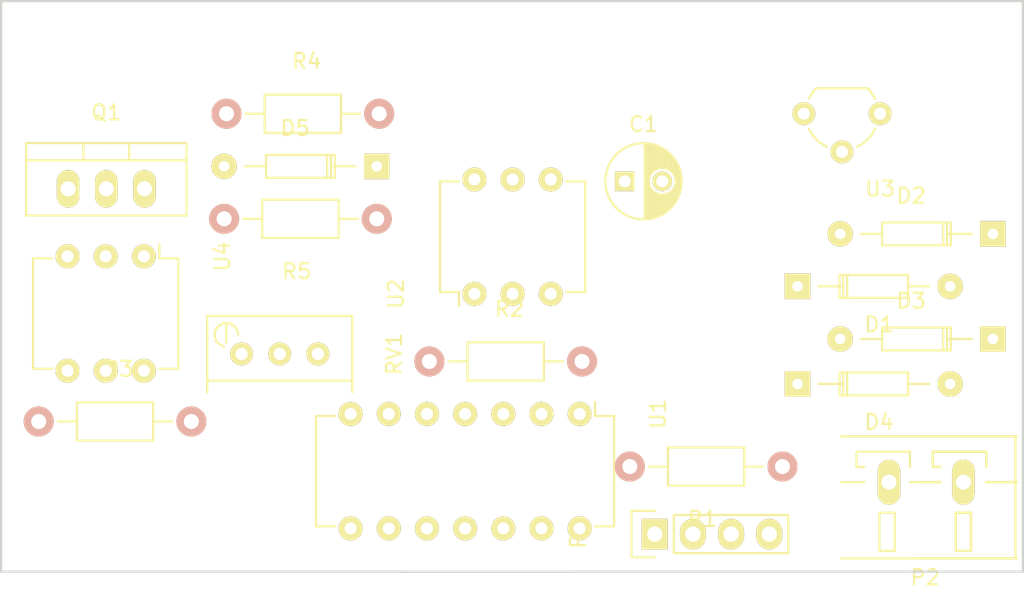
<source format=kicad_pcb>
(kicad_pcb (version 4) (host pcbnew 4.0.2-stable)

  (general
    (links 38)
    (no_connects 38)
    (area 11.924999 11.924999 80.075001 50.075001)
    (thickness 1.6)
    (drawings 9)
    (tracks 0)
    (zones 0)
    (modules 19)
    (nets 21)
  )

  (page A4)
  (layers
    (0 F.Cu signal)
    (31 B.Cu signal)
    (32 B.Adhes user)
    (33 F.Adhes user)
    (34 B.Paste user)
    (35 F.Paste user)
    (36 B.SilkS user)
    (37 F.SilkS user)
    (38 B.Mask user)
    (39 F.Mask user)
    (40 Dwgs.User user)
    (41 Cmts.User user)
    (42 Eco1.User user)
    (43 Eco2.User user)
    (44 Edge.Cuts user)
    (45 Margin user)
    (46 B.CrtYd user)
    (47 F.CrtYd user)
    (48 B.Fab user)
    (49 F.Fab user)
  )

  (setup
    (last_trace_width 0.25)
    (trace_clearance 0.2)
    (zone_clearance 0.508)
    (zone_45_only no)
    (trace_min 0.2)
    (segment_width 0.2)
    (edge_width 0.15)
    (via_size 0.6)
    (via_drill 0.4)
    (via_min_size 0.4)
    (via_min_drill 0.3)
    (uvia_size 0.3)
    (uvia_drill 0.1)
    (uvias_allowed no)
    (uvia_min_size 0.2)
    (uvia_min_drill 0.1)
    (pcb_text_width 0.3)
    (pcb_text_size 1.5 1.5)
    (mod_edge_width 0.15)
    (mod_text_size 1 1)
    (mod_text_width 0.15)
    (pad_size 1.524 1.524)
    (pad_drill 0.762)
    (pad_to_mask_clearance 0.2)
    (aux_axis_origin 0 0)
    (visible_elements FFFFFF7F)
    (pcbplotparams
      (layerselection 0x00030_80000001)
      (usegerberextensions false)
      (excludeedgelayer true)
      (linewidth 0.100000)
      (plotframeref false)
      (viasonmask false)
      (mode 1)
      (useauxorigin false)
      (hpglpennumber 1)
      (hpglpenspeed 20)
      (hpglpendiameter 15)
      (hpglpenoverlay 2)
      (psnegative false)
      (psa4output false)
      (plotreference true)
      (plotvalue true)
      (plotinvisibletext false)
      (padsonsilk false)
      (subtractmaskfromsilk false)
      (outputformat 1)
      (mirror false)
      (drillshape 1)
      (scaleselection 1)
      (outputdirectory ""))
  )

  (net 0 "")
  (net 1 "Net-(C1-Pad1)")
  (net 2 "Net-(C1-Pad2)")
  (net 3 EBUS1)
  (net 4 "Net-(D2-Pad2)")
  (net 5 EBUS2)
  (net 6 "Net-(D5-Pad2)")
  (net 7 "Net-(Q1-Pad2)")
  (net 8 VDD)
  (net 9 RXD)
  (net 10 "Net-(R2-Pad1)")
  (net 11 "Net-(R2-Pad2)")
  (net 12 "Net-(R3-Pad1)")
  (net 13 "Net-(R3-Pad2)")
  (net 14 "Net-(R4-Pad2)")
  (net 15 "Net-(R5-Pad2)")
  (net 16 GND)
  (net 17 TXD)
  (net 18 "Net-(U1-Pad10)")
  (net 19 "Net-(U2-Pad6)")
  (net 20 "Net-(U4-Pad6)")

  (net_class Default "This is the default net class."
    (clearance 0.2)
    (trace_width 0.25)
    (via_dia 0.6)
    (via_drill 0.4)
    (uvia_dia 0.3)
    (uvia_drill 0.1)
    (add_net EBUS1)
    (add_net EBUS2)
    (add_net GND)
    (add_net "Net-(C1-Pad1)")
    (add_net "Net-(C1-Pad2)")
    (add_net "Net-(D2-Pad2)")
    (add_net "Net-(D5-Pad2)")
    (add_net "Net-(Q1-Pad2)")
    (add_net "Net-(R2-Pad1)")
    (add_net "Net-(R2-Pad2)")
    (add_net "Net-(R3-Pad1)")
    (add_net "Net-(R3-Pad2)")
    (add_net "Net-(R4-Pad2)")
    (add_net "Net-(R5-Pad2)")
    (add_net "Net-(U1-Pad10)")
    (add_net "Net-(U2-Pad6)")
    (add_net "Net-(U4-Pad6)")
    (add_net RXD)
    (add_net TXD)
    (add_net VDD)
  )

  (module Terminal_Blocks:TerminalBlock_WAGO-236_2Stift_RM5mm_2pol placed (layer F.Cu) (tedit 57E43EDD) (tstamp 57E46312)
    (at 73.5 41.5 180)
    (descr "WAGO-Series 236, 2Stift, 2pol, RM 5mm,")
    (tags "WAGO-Series 236, 2Stift, 2pol, RM 5mm, Anreibare Leiterplattenklemme")
    (path /57E45DDB)
    (fp_text reference P2 (at 0 -8.89 180) (layer F.SilkS)
      (effects (font (size 1 1) (thickness 0.15)))
    )
    (fp_text value EBUS (at -0.25 1.5 180) (layer F.Fab)
      (effects (font (size 1 1) (thickness 0.15)))
    )
    (fp_line (start 5.5 0.5) (end -6 0.5) (layer F.SilkS) (width 0.15))
    (fp_line (start -6 0.5) (end -6 -7.5) (layer F.SilkS) (width 0.15))
    (fp_line (start 2.032 -4.572) (end 3.048 -4.572) (layer F.SilkS) (width 0.15))
    (fp_line (start 3.048 -4.572) (end 3.048 -7.112) (layer F.SilkS) (width 0.15))
    (fp_line (start 3.048 -7.112) (end 2.032 -7.112) (layer F.SilkS) (width 0.15))
    (fp_line (start 2.032 -7.112) (end 2.032 -4.572) (layer F.SilkS) (width 0.15))
    (fp_line (start 4.064 -2.54) (end 5.588 -2.54) (layer F.SilkS) (width 0.15))
    (fp_line (start 0.508 -2.54) (end 1.016 -2.54) (layer F.SilkS) (width 0.15))
    (fp_line (start 1.016 -1.524) (end 1.016 -0.508) (layer F.SilkS) (width 0.15))
    (fp_line (start 1.016 -0.508) (end 4.572 -0.508) (layer F.SilkS) (width 0.15))
    (fp_line (start 4.572 -0.508) (end 4.572 -1.524) (layer F.SilkS) (width 0.15))
    (fp_line (start 4.572 -1.524) (end 4.064 -1.524) (layer F.SilkS) (width 0.15))
    (fp_line (start 0.508 0.508) (end 5.588 0.508) (layer F.SilkS) (width 0.15))
    (fp_line (start 5.588 -7.62) (end 0.508 -7.62) (layer F.SilkS) (width 0.15))
    (fp_line (start -4.572 -7.62) (end -2.54 -7.62) (layer F.SilkS) (width 0.15))
    (fp_line (start -2.54 -7.62) (end 0.508 -7.62) (layer F.SilkS) (width 0.15))
    (fp_line (start -6.096 -7.62) (end -4.572 -7.62) (layer F.SilkS) (width 0.15))
    (fp_line (start -6.096 -2.54) (end -4.064 -2.54) (layer F.SilkS) (width 0.15))
    (fp_line (start -1.016 -2.54) (end 0.508 -2.54) (layer F.SilkS) (width 0.15))
    (fp_line (start -3.048 -4.572) (end -3.048 -7.112) (layer F.SilkS) (width 0.15))
    (fp_line (start -2.032 -4.572) (end -3.048 -4.572) (layer F.SilkS) (width 0.15))
    (fp_line (start -2.032 -7.112) (end -2.032 -4.572) (layer F.SilkS) (width 0.15))
    (fp_line (start -3.048 -7.112) (end -2.032 -7.112) (layer F.SilkS) (width 0.15))
    (fp_line (start -6.096 0.508) (end 0.508 0.508) (layer F.SilkS) (width 0.15))
    (fp_line (start -0.508 -1.524) (end -1.016 -1.524) (layer F.SilkS) (width 0.15))
    (fp_line (start -0.508 -0.508) (end -0.508 -1.524) (layer F.SilkS) (width 0.15))
    (fp_line (start -4.064 -0.508) (end -0.508 -0.508) (layer F.SilkS) (width 0.15))
    (fp_line (start -4.064 -1.524) (end -4.064 -0.508) (layer F.SilkS) (width 0.15))
    (fp_line (start -4.064 -1.524) (end -4.064 -0.508) (layer F.SilkS) (width 0.15))
    (fp_line (start -4.064 -0.508) (end -0.508 -0.508) (layer F.SilkS) (width 0.15))
    (fp_line (start -0.508 -0.508) (end -0.508 -1.524) (layer F.SilkS) (width 0.15))
    (fp_line (start -0.508 -1.524) (end -1.016 -1.524) (layer F.SilkS) (width 0.15))
    (fp_line (start -6.096 0.508) (end 0.508 0.508) (layer F.SilkS) (width 0.15))
    (fp_line (start -3.048 -7.112) (end -2.032 -7.112) (layer F.SilkS) (width 0.15))
    (fp_line (start -2.032 -7.112) (end -2.032 -4.572) (layer F.SilkS) (width 0.15))
    (fp_line (start -2.032 -4.572) (end -3.048 -4.572) (layer F.SilkS) (width 0.15))
    (fp_line (start -3.048 -4.572) (end -3.048 -7.112) (layer F.SilkS) (width 0.15))
    (fp_line (start -1.016 -2.54) (end 0.508 -2.54) (layer F.SilkS) (width 0.15))
    (fp_line (start -6.096 -2.54) (end -4.064 -2.54) (layer F.SilkS) (width 0.15))
    (fp_line (start -6.096 -7.62) (end -4.572 -7.62) (layer F.SilkS) (width 0.15))
    (fp_line (start -2.54 -7.62) (end 0.508 -7.62) (layer F.SilkS) (width 0.15))
    (fp_line (start -4.572 -7.62) (end -2.54 -7.62) (layer F.SilkS) (width 0.15))
    (fp_line (start -4.572 -7.62) (end -2.54 -7.62) (layer F.SilkS) (width 0.15))
    (fp_line (start -2.54 -7.62) (end 0.508 -7.62) (layer F.SilkS) (width 0.15))
    (fp_line (start -6.096 -7.62) (end -4.572 -7.62) (layer F.SilkS) (width 0.15))
    (fp_line (start -6.096 -2.54) (end -4.064 -2.54) (layer F.SilkS) (width 0.15))
    (fp_line (start -1.016 -2.54) (end 0.508 -2.54) (layer F.SilkS) (width 0.15))
    (fp_line (start -3.048 -4.572) (end -3.048 -7.112) (layer F.SilkS) (width 0.15))
    (fp_line (start -2.032 -4.572) (end -3.048 -4.572) (layer F.SilkS) (width 0.15))
    (fp_line (start -2.032 -7.112) (end -2.032 -4.572) (layer F.SilkS) (width 0.15))
    (fp_line (start -3.048 -7.112) (end -2.032 -7.112) (layer F.SilkS) (width 0.15))
    (fp_line (start -6.096 0.508) (end 0.508 0.508) (layer F.SilkS) (width 0.15))
    (fp_line (start -0.508 -1.524) (end -1.016 -1.524) (layer F.SilkS) (width 0.15))
    (fp_line (start -0.508 -0.508) (end -0.508 -1.524) (layer F.SilkS) (width 0.15))
    (fp_line (start -4.064 -0.508) (end -0.508 -0.508) (layer F.SilkS) (width 0.15))
    (fp_line (start -4.064 -1.524) (end -4.064 -0.508) (layer F.SilkS) (width 0.15))
    (fp_line (start -4.064 -1.524) (end -4.064 -0.508) (layer F.SilkS) (width 0.15))
    (fp_line (start -4.064 -0.508) (end -0.508 -0.508) (layer F.SilkS) (width 0.15))
    (fp_line (start -0.508 -0.508) (end -0.508 -1.524) (layer F.SilkS) (width 0.15))
    (fp_line (start -0.508 -1.524) (end -1.016 -1.524) (layer F.SilkS) (width 0.15))
    (fp_line (start -6.096 0.508) (end 0.508 0.508) (layer F.SilkS) (width 0.15))
    (fp_line (start -3.048 -7.112) (end -2.032 -7.112) (layer F.SilkS) (width 0.15))
    (fp_line (start -2.032 -7.112) (end -2.032 -4.572) (layer F.SilkS) (width 0.15))
    (fp_line (start -2.032 -4.572) (end -3.048 -4.572) (layer F.SilkS) (width 0.15))
    (fp_line (start -3.048 -4.572) (end -3.048 -7.112) (layer F.SilkS) (width 0.15))
    (fp_line (start -1.016 -2.54) (end 0.508 -2.54) (layer F.SilkS) (width 0.15))
    (fp_line (start -6.096 -2.54) (end -4.064 -2.54) (layer F.SilkS) (width 0.15))
    (fp_line (start -6.096 -7.62) (end -4.572 -7.62) (layer F.SilkS) (width 0.15))
    (fp_line (start -2.54 -7.62) (end 0.508 -7.62) (layer F.SilkS) (width 0.15))
    (fp_line (start -4.572 -7.62) (end -2.54 -7.62) (layer F.SilkS) (width 0.15))
    (pad 1 thru_hole oval (at -2.54 -2.54 270) (size 2.99974 1.50114) (drill 1.00076) (layers *.Cu *.Mask F.SilkS)
      (net 5 EBUS2))
    (pad 2 thru_hole oval (at 2.413 -2.54 270) (size 2.99974 1.50114) (drill 1.00076) (layers *.Cu *.Mask F.SilkS)
      (net 3 EBUS1))
  )

  (module Capacitors_ThroughHole:C_Radial_D5_L6_P2.5 placed (layer F.Cu) (tedit 0) (tstamp 57E43E4C)
    (at 53.5 24)
    (descr "Radial Electrolytic Capacitor Diameter 5mm x Length 6mm, Pitch 2.5mm")
    (tags "Electrolytic Capacitor")
    (path /57E435D0)
    (fp_text reference C1 (at 1.25 -3.8) (layer F.SilkS)
      (effects (font (size 1 1) (thickness 0.15)))
    )
    (fp_text value CP (at 1.25 3.8) (layer F.Fab)
      (effects (font (size 1 1) (thickness 0.15)))
    )
    (fp_line (start 1.325 -2.499) (end 1.325 2.499) (layer F.SilkS) (width 0.15))
    (fp_line (start 1.465 -2.491) (end 1.465 2.491) (layer F.SilkS) (width 0.15))
    (fp_line (start 1.605 -2.475) (end 1.605 -0.095) (layer F.SilkS) (width 0.15))
    (fp_line (start 1.605 0.095) (end 1.605 2.475) (layer F.SilkS) (width 0.15))
    (fp_line (start 1.745 -2.451) (end 1.745 -0.49) (layer F.SilkS) (width 0.15))
    (fp_line (start 1.745 0.49) (end 1.745 2.451) (layer F.SilkS) (width 0.15))
    (fp_line (start 1.885 -2.418) (end 1.885 -0.657) (layer F.SilkS) (width 0.15))
    (fp_line (start 1.885 0.657) (end 1.885 2.418) (layer F.SilkS) (width 0.15))
    (fp_line (start 2.025 -2.377) (end 2.025 -0.764) (layer F.SilkS) (width 0.15))
    (fp_line (start 2.025 0.764) (end 2.025 2.377) (layer F.SilkS) (width 0.15))
    (fp_line (start 2.165 -2.327) (end 2.165 -0.835) (layer F.SilkS) (width 0.15))
    (fp_line (start 2.165 0.835) (end 2.165 2.327) (layer F.SilkS) (width 0.15))
    (fp_line (start 2.305 -2.266) (end 2.305 -0.879) (layer F.SilkS) (width 0.15))
    (fp_line (start 2.305 0.879) (end 2.305 2.266) (layer F.SilkS) (width 0.15))
    (fp_line (start 2.445 -2.196) (end 2.445 -0.898) (layer F.SilkS) (width 0.15))
    (fp_line (start 2.445 0.898) (end 2.445 2.196) (layer F.SilkS) (width 0.15))
    (fp_line (start 2.585 -2.114) (end 2.585 -0.896) (layer F.SilkS) (width 0.15))
    (fp_line (start 2.585 0.896) (end 2.585 2.114) (layer F.SilkS) (width 0.15))
    (fp_line (start 2.725 -2.019) (end 2.725 -0.871) (layer F.SilkS) (width 0.15))
    (fp_line (start 2.725 0.871) (end 2.725 2.019) (layer F.SilkS) (width 0.15))
    (fp_line (start 2.865 -1.908) (end 2.865 -0.823) (layer F.SilkS) (width 0.15))
    (fp_line (start 2.865 0.823) (end 2.865 1.908) (layer F.SilkS) (width 0.15))
    (fp_line (start 3.005 -1.78) (end 3.005 -0.745) (layer F.SilkS) (width 0.15))
    (fp_line (start 3.005 0.745) (end 3.005 1.78) (layer F.SilkS) (width 0.15))
    (fp_line (start 3.145 -1.631) (end 3.145 -0.628) (layer F.SilkS) (width 0.15))
    (fp_line (start 3.145 0.628) (end 3.145 1.631) (layer F.SilkS) (width 0.15))
    (fp_line (start 3.285 -1.452) (end 3.285 -0.44) (layer F.SilkS) (width 0.15))
    (fp_line (start 3.285 0.44) (end 3.285 1.452) (layer F.SilkS) (width 0.15))
    (fp_line (start 3.425 -1.233) (end 3.425 1.233) (layer F.SilkS) (width 0.15))
    (fp_line (start 3.565 -0.944) (end 3.565 0.944) (layer F.SilkS) (width 0.15))
    (fp_line (start 3.705 -0.472) (end 3.705 0.472) (layer F.SilkS) (width 0.15))
    (fp_circle (center 2.5 0) (end 2.5 -0.9) (layer F.SilkS) (width 0.15))
    (fp_circle (center 1.25 0) (end 1.25 -2.5375) (layer F.SilkS) (width 0.15))
    (fp_circle (center 1.25 0) (end 1.25 -2.8) (layer F.CrtYd) (width 0.05))
    (pad 1 thru_hole rect (at 0 0) (size 1.3 1.3) (drill 0.8) (layers *.Cu *.Mask F.SilkS)
      (net 1 "Net-(C1-Pad1)"))
    (pad 2 thru_hole circle (at 2.5 0) (size 1.3 1.3) (drill 0.8) (layers *.Cu *.Mask F.SilkS)
      (net 2 "Net-(C1-Pad2)"))
    (model Capacitors_ThroughHole.3dshapes/C_Radial_D5_L6_P2.5.wrl
      (at (xyz 0.0492126 0 0))
      (scale (xyz 1 1 1))
      (rotate (xyz 0 0 90))
    )
  )

  (module Diodes_ThroughHole:Diode_DO-35_SOD27_Horizontal_RM10 placed (layer F.Cu) (tedit 552FFC30) (tstamp 57E43E5B)
    (at 65 31)
    (descr "Diode, DO-35,  SOD27, Horizontal, RM 10mm")
    (tags "Diode, DO-35, SOD27, Horizontal, RM 10mm, 1N4148,")
    (path /57E456DB)
    (fp_text reference D1 (at 5.43052 2.53746) (layer F.SilkS)
      (effects (font (size 1 1) (thickness 0.15)))
    )
    (fp_text value D (at 4.41452 -3.55854) (layer F.Fab)
      (effects (font (size 1 1) (thickness 0.15)))
    )
    (fp_line (start 7.36652 -0.00254) (end 8.76352 -0.00254) (layer F.SilkS) (width 0.15))
    (fp_line (start 2.92152 -0.00254) (end 1.39752 -0.00254) (layer F.SilkS) (width 0.15))
    (fp_line (start 3.30252 -0.76454) (end 3.30252 0.75946) (layer F.SilkS) (width 0.15))
    (fp_line (start 3.04852 -0.76454) (end 3.04852 0.75946) (layer F.SilkS) (width 0.15))
    (fp_line (start 2.79452 -0.00254) (end 2.79452 0.75946) (layer F.SilkS) (width 0.15))
    (fp_line (start 2.79452 0.75946) (end 7.36652 0.75946) (layer F.SilkS) (width 0.15))
    (fp_line (start 7.36652 0.75946) (end 7.36652 -0.76454) (layer F.SilkS) (width 0.15))
    (fp_line (start 7.36652 -0.76454) (end 2.79452 -0.76454) (layer F.SilkS) (width 0.15))
    (fp_line (start 2.79452 -0.76454) (end 2.79452 -0.00254) (layer F.SilkS) (width 0.15))
    (pad 2 thru_hole circle (at 10.16052 -0.00254 180) (size 1.69926 1.69926) (drill 0.70104) (layers *.Cu *.Mask F.SilkS)
      (net 3 EBUS1))
    (pad 1 thru_hole rect (at 0.00052 -0.00254 180) (size 1.69926 1.69926) (drill 0.70104) (layers *.Cu *.Mask F.SilkS)
      (net 2 "Net-(C1-Pad2)"))
    (model Diodes_ThroughHole.3dshapes/Diode_DO-35_SOD27_Horizontal_RM10.wrl
      (at (xyz 0.2 0 0))
      (scale (xyz 0.4 0.4 0.4))
      (rotate (xyz 0 0 180))
    )
  )

  (module Diodes_ThroughHole:Diode_DO-35_SOD27_Horizontal_RM10 placed (layer F.Cu) (tedit 552FFC30) (tstamp 57E43E6A)
    (at 78 27.5 180)
    (descr "Diode, DO-35,  SOD27, Horizontal, RM 10mm")
    (tags "Diode, DO-35, SOD27, Horizontal, RM 10mm, 1N4148,")
    (path /57E45729)
    (fp_text reference D2 (at 5.43052 2.53746 180) (layer F.SilkS)
      (effects (font (size 1 1) (thickness 0.15)))
    )
    (fp_text value D (at 4.41452 -3.55854 180) (layer F.Fab)
      (effects (font (size 1 1) (thickness 0.15)))
    )
    (fp_line (start 7.36652 -0.00254) (end 8.76352 -0.00254) (layer F.SilkS) (width 0.15))
    (fp_line (start 2.92152 -0.00254) (end 1.39752 -0.00254) (layer F.SilkS) (width 0.15))
    (fp_line (start 3.30252 -0.76454) (end 3.30252 0.75946) (layer F.SilkS) (width 0.15))
    (fp_line (start 3.04852 -0.76454) (end 3.04852 0.75946) (layer F.SilkS) (width 0.15))
    (fp_line (start 2.79452 -0.00254) (end 2.79452 0.75946) (layer F.SilkS) (width 0.15))
    (fp_line (start 2.79452 0.75946) (end 7.36652 0.75946) (layer F.SilkS) (width 0.15))
    (fp_line (start 7.36652 0.75946) (end 7.36652 -0.76454) (layer F.SilkS) (width 0.15))
    (fp_line (start 7.36652 -0.76454) (end 2.79452 -0.76454) (layer F.SilkS) (width 0.15))
    (fp_line (start 2.79452 -0.76454) (end 2.79452 -0.00254) (layer F.SilkS) (width 0.15))
    (pad 2 thru_hole circle (at 10.16052 -0.00254) (size 1.69926 1.69926) (drill 0.70104) (layers *.Cu *.Mask F.SilkS)
      (net 4 "Net-(D2-Pad2)"))
    (pad 1 thru_hole rect (at 0.00052 -0.00254) (size 1.69926 1.69926) (drill 0.70104) (layers *.Cu *.Mask F.SilkS)
      (net 3 EBUS1))
    (model Diodes_ThroughHole.3dshapes/Diode_DO-35_SOD27_Horizontal_RM10.wrl
      (at (xyz 0.2 0 0))
      (scale (xyz 0.4 0.4 0.4))
      (rotate (xyz 0 0 180))
    )
  )

  (module Diodes_ThroughHole:Diode_DO-35_SOD27_Horizontal_RM10 placed (layer F.Cu) (tedit 552FFC30) (tstamp 57E43E79)
    (at 78 34.5 180)
    (descr "Diode, DO-35,  SOD27, Horizontal, RM 10mm")
    (tags "Diode, DO-35, SOD27, Horizontal, RM 10mm, 1N4148,")
    (path /57E45775)
    (fp_text reference D3 (at 5.43052 2.53746 180) (layer F.SilkS)
      (effects (font (size 1 1) (thickness 0.15)))
    )
    (fp_text value D (at 4.41452 -3.55854 180) (layer F.Fab)
      (effects (font (size 1 1) (thickness 0.15)))
    )
    (fp_line (start 7.36652 -0.00254) (end 8.76352 -0.00254) (layer F.SilkS) (width 0.15))
    (fp_line (start 2.92152 -0.00254) (end 1.39752 -0.00254) (layer F.SilkS) (width 0.15))
    (fp_line (start 3.30252 -0.76454) (end 3.30252 0.75946) (layer F.SilkS) (width 0.15))
    (fp_line (start 3.04852 -0.76454) (end 3.04852 0.75946) (layer F.SilkS) (width 0.15))
    (fp_line (start 2.79452 -0.00254) (end 2.79452 0.75946) (layer F.SilkS) (width 0.15))
    (fp_line (start 2.79452 0.75946) (end 7.36652 0.75946) (layer F.SilkS) (width 0.15))
    (fp_line (start 7.36652 0.75946) (end 7.36652 -0.76454) (layer F.SilkS) (width 0.15))
    (fp_line (start 7.36652 -0.76454) (end 2.79452 -0.76454) (layer F.SilkS) (width 0.15))
    (fp_line (start 2.79452 -0.76454) (end 2.79452 -0.00254) (layer F.SilkS) (width 0.15))
    (pad 2 thru_hole circle (at 10.16052 -0.00254) (size 1.69926 1.69926) (drill 0.70104) (layers *.Cu *.Mask F.SilkS)
      (net 4 "Net-(D2-Pad2)"))
    (pad 1 thru_hole rect (at 0.00052 -0.00254) (size 1.69926 1.69926) (drill 0.70104) (layers *.Cu *.Mask F.SilkS)
      (net 5 EBUS2))
    (model Diodes_ThroughHole.3dshapes/Diode_DO-35_SOD27_Horizontal_RM10.wrl
      (at (xyz 0.2 0 0))
      (scale (xyz 0.4 0.4 0.4))
      (rotate (xyz 0 0 180))
    )
  )

  (module Diodes_ThroughHole:Diode_DO-35_SOD27_Horizontal_RM10 placed (layer F.Cu) (tedit 552FFC30) (tstamp 57E43E88)
    (at 65 37.5)
    (descr "Diode, DO-35,  SOD27, Horizontal, RM 10mm")
    (tags "Diode, DO-35, SOD27, Horizontal, RM 10mm, 1N4148,")
    (path /57E457DF)
    (fp_text reference D4 (at 5.43052 2.53746) (layer F.SilkS)
      (effects (font (size 1 1) (thickness 0.15)))
    )
    (fp_text value D (at 4.41452 -3.55854) (layer F.Fab)
      (effects (font (size 1 1) (thickness 0.15)))
    )
    (fp_line (start 7.36652 -0.00254) (end 8.76352 -0.00254) (layer F.SilkS) (width 0.15))
    (fp_line (start 2.92152 -0.00254) (end 1.39752 -0.00254) (layer F.SilkS) (width 0.15))
    (fp_line (start 3.30252 -0.76454) (end 3.30252 0.75946) (layer F.SilkS) (width 0.15))
    (fp_line (start 3.04852 -0.76454) (end 3.04852 0.75946) (layer F.SilkS) (width 0.15))
    (fp_line (start 2.79452 -0.00254) (end 2.79452 0.75946) (layer F.SilkS) (width 0.15))
    (fp_line (start 2.79452 0.75946) (end 7.36652 0.75946) (layer F.SilkS) (width 0.15))
    (fp_line (start 7.36652 0.75946) (end 7.36652 -0.76454) (layer F.SilkS) (width 0.15))
    (fp_line (start 7.36652 -0.76454) (end 2.79452 -0.76454) (layer F.SilkS) (width 0.15))
    (fp_line (start 2.79452 -0.76454) (end 2.79452 -0.00254) (layer F.SilkS) (width 0.15))
    (pad 2 thru_hole circle (at 10.16052 -0.00254 180) (size 1.69926 1.69926) (drill 0.70104) (layers *.Cu *.Mask F.SilkS)
      (net 5 EBUS2))
    (pad 1 thru_hole rect (at 0.00052 -0.00254 180) (size 1.69926 1.69926) (drill 0.70104) (layers *.Cu *.Mask F.SilkS)
      (net 2 "Net-(C1-Pad2)"))
    (model Diodes_ThroughHole.3dshapes/Diode_DO-35_SOD27_Horizontal_RM10.wrl
      (at (xyz 0.2 0 0))
      (scale (xyz 0.4 0.4 0.4))
      (rotate (xyz 0 0 180))
    )
  )

  (module Diodes_ThroughHole:Diode_DO-35_SOD27_Horizontal_RM10 placed (layer F.Cu) (tedit 552FFC30) (tstamp 57E43E97)
    (at 37 23 180)
    (descr "Diode, DO-35,  SOD27, Horizontal, RM 10mm")
    (tags "Diode, DO-35, SOD27, Horizontal, RM 10mm, 1N4148,")
    (path /57E433F4)
    (fp_text reference D5 (at 5.43052 2.53746 180) (layer F.SilkS)
      (effects (font (size 1 1) (thickness 0.15)))
    )
    (fp_text value "ZPY7.5V 1.3W" (at 4.41452 -3.55854 180) (layer F.Fab)
      (effects (font (size 1 1) (thickness 0.15)))
    )
    (fp_line (start 7.36652 -0.00254) (end 8.76352 -0.00254) (layer F.SilkS) (width 0.15))
    (fp_line (start 2.92152 -0.00254) (end 1.39752 -0.00254) (layer F.SilkS) (width 0.15))
    (fp_line (start 3.30252 -0.76454) (end 3.30252 0.75946) (layer F.SilkS) (width 0.15))
    (fp_line (start 3.04852 -0.76454) (end 3.04852 0.75946) (layer F.SilkS) (width 0.15))
    (fp_line (start 2.79452 -0.00254) (end 2.79452 0.75946) (layer F.SilkS) (width 0.15))
    (fp_line (start 2.79452 0.75946) (end 7.36652 0.75946) (layer F.SilkS) (width 0.15))
    (fp_line (start 7.36652 0.75946) (end 7.36652 -0.76454) (layer F.SilkS) (width 0.15))
    (fp_line (start 7.36652 -0.76454) (end 2.79452 -0.76454) (layer F.SilkS) (width 0.15))
    (fp_line (start 2.79452 -0.76454) (end 2.79452 -0.00254) (layer F.SilkS) (width 0.15))
    (pad 2 thru_hole circle (at 10.16052 -0.00254) (size 1.69926 1.69926) (drill 0.70104) (layers *.Cu *.Mask F.SilkS)
      (net 6 "Net-(D5-Pad2)"))
    (pad 1 thru_hole rect (at 0.00052 -0.00254) (size 1.69926 1.69926) (drill 0.70104) (layers *.Cu *.Mask F.SilkS)
      (net 4 "Net-(D2-Pad2)"))
    (model Diodes_ThroughHole.3dshapes/Diode_DO-35_SOD27_Horizontal_RM10.wrl
      (at (xyz 0.2 0 0))
      (scale (xyz 0.4 0.4 0.4))
      (rotate (xyz 0 0 180))
    )
  )

  (module Resistors_ThroughHole:Resistor_Horizontal_RM10mm placed (layer F.Cu) (tedit 56648415) (tstamp 57E43EBB)
    (at 64 43 180)
    (descr "Resistor, Axial,  RM 10mm, 1/3W")
    (tags "Resistor Axial RM 10mm 1/3W")
    (path /57E4369F)
    (fp_text reference R1 (at 5.32892 -3.50012 180) (layer F.SilkS)
      (effects (font (size 1 1) (thickness 0.15)))
    )
    (fp_text value 10k (at 5.08 3.81 180) (layer F.Fab)
      (effects (font (size 1 1) (thickness 0.15)))
    )
    (fp_line (start -1.25 -1.5) (end 11.4 -1.5) (layer F.CrtYd) (width 0.05))
    (fp_line (start -1.25 1.5) (end -1.25 -1.5) (layer F.CrtYd) (width 0.05))
    (fp_line (start 11.4 -1.5) (end 11.4 1.5) (layer F.CrtYd) (width 0.05))
    (fp_line (start -1.25 1.5) (end 11.4 1.5) (layer F.CrtYd) (width 0.05))
    (fp_line (start 2.54 -1.27) (end 7.62 -1.27) (layer F.SilkS) (width 0.15))
    (fp_line (start 7.62 -1.27) (end 7.62 1.27) (layer F.SilkS) (width 0.15))
    (fp_line (start 7.62 1.27) (end 2.54 1.27) (layer F.SilkS) (width 0.15))
    (fp_line (start 2.54 1.27) (end 2.54 -1.27) (layer F.SilkS) (width 0.15))
    (fp_line (start 2.54 0) (end 1.27 0) (layer F.SilkS) (width 0.15))
    (fp_line (start 7.62 0) (end 8.89 0) (layer F.SilkS) (width 0.15))
    (pad 1 thru_hole circle (at 0 0 180) (size 1.99898 1.99898) (drill 1.00076) (layers *.Cu *.SilkS *.Mask)
      (net 8 VDD))
    (pad 2 thru_hole circle (at 10.16 0 180) (size 1.99898 1.99898) (drill 1.00076) (layers *.Cu *.SilkS *.Mask)
      (net 9 RXD))
    (model Resistors_ThroughHole.3dshapes/Resistor_Horizontal_RM10mm.wrl
      (at (xyz 0 0 0))
      (scale (xyz 0.4 0.4 0.4))
      (rotate (xyz 0 0 0))
    )
  )

  (module Resistors_ThroughHole:Resistor_Horizontal_RM10mm placed (layer F.Cu) (tedit 56648415) (tstamp 57E43ECB)
    (at 40.5 36)
    (descr "Resistor, Axial,  RM 10mm, 1/3W")
    (tags "Resistor Axial RM 10mm 1/3W")
    (path /57E43613)
    (fp_text reference R2 (at 5.32892 -3.50012) (layer F.SilkS)
      (effects (font (size 1 1) (thickness 0.15)))
    )
    (fp_text value 470 (at 5.08 3.81) (layer F.Fab)
      (effects (font (size 1 1) (thickness 0.15)))
    )
    (fp_line (start -1.25 -1.5) (end 11.4 -1.5) (layer F.CrtYd) (width 0.05))
    (fp_line (start -1.25 1.5) (end -1.25 -1.5) (layer F.CrtYd) (width 0.05))
    (fp_line (start 11.4 -1.5) (end 11.4 1.5) (layer F.CrtYd) (width 0.05))
    (fp_line (start -1.25 1.5) (end 11.4 1.5) (layer F.CrtYd) (width 0.05))
    (fp_line (start 2.54 -1.27) (end 7.62 -1.27) (layer F.SilkS) (width 0.15))
    (fp_line (start 7.62 -1.27) (end 7.62 1.27) (layer F.SilkS) (width 0.15))
    (fp_line (start 7.62 1.27) (end 2.54 1.27) (layer F.SilkS) (width 0.15))
    (fp_line (start 2.54 1.27) (end 2.54 -1.27) (layer F.SilkS) (width 0.15))
    (fp_line (start 2.54 0) (end 1.27 0) (layer F.SilkS) (width 0.15))
    (fp_line (start 7.62 0) (end 8.89 0) (layer F.SilkS) (width 0.15))
    (pad 1 thru_hole circle (at 0 0) (size 1.99898 1.99898) (drill 1.00076) (layers *.Cu *.SilkS *.Mask)
      (net 10 "Net-(R2-Pad1)"))
    (pad 2 thru_hole circle (at 10.16 0) (size 1.99898 1.99898) (drill 1.00076) (layers *.Cu *.SilkS *.Mask)
      (net 11 "Net-(R2-Pad2)"))
    (model Resistors_ThroughHole.3dshapes/Resistor_Horizontal_RM10mm.wrl
      (at (xyz 0 0 0))
      (scale (xyz 0.4 0.4 0.4))
      (rotate (xyz 0 0 0))
    )
  )

  (module Resistors_ThroughHole:Resistor_Horizontal_RM10mm placed (layer F.Cu) (tedit 56648415) (tstamp 57E43EDB)
    (at 14.5 40)
    (descr "Resistor, Axial,  RM 10mm, 1/3W")
    (tags "Resistor Axial RM 10mm 1/3W")
    (path /57E43651)
    (fp_text reference R3 (at 5.32892 -3.50012) (layer F.SilkS)
      (effects (font (size 1 1) (thickness 0.15)))
    )
    (fp_text value 1k (at 5.08 3.81) (layer F.Fab)
      (effects (font (size 1 1) (thickness 0.15)))
    )
    (fp_line (start -1.25 -1.5) (end 11.4 -1.5) (layer F.CrtYd) (width 0.05))
    (fp_line (start -1.25 1.5) (end -1.25 -1.5) (layer F.CrtYd) (width 0.05))
    (fp_line (start 11.4 -1.5) (end 11.4 1.5) (layer F.CrtYd) (width 0.05))
    (fp_line (start -1.25 1.5) (end 11.4 1.5) (layer F.CrtYd) (width 0.05))
    (fp_line (start 2.54 -1.27) (end 7.62 -1.27) (layer F.SilkS) (width 0.15))
    (fp_line (start 7.62 -1.27) (end 7.62 1.27) (layer F.SilkS) (width 0.15))
    (fp_line (start 7.62 1.27) (end 2.54 1.27) (layer F.SilkS) (width 0.15))
    (fp_line (start 2.54 1.27) (end 2.54 -1.27) (layer F.SilkS) (width 0.15))
    (fp_line (start 2.54 0) (end 1.27 0) (layer F.SilkS) (width 0.15))
    (fp_line (start 7.62 0) (end 8.89 0) (layer F.SilkS) (width 0.15))
    (pad 1 thru_hole circle (at 0 0) (size 1.99898 1.99898) (drill 1.00076) (layers *.Cu *.SilkS *.Mask)
      (net 12 "Net-(R3-Pad1)"))
    (pad 2 thru_hole circle (at 10.16 0) (size 1.99898 1.99898) (drill 1.00076) (layers *.Cu *.SilkS *.Mask)
      (net 13 "Net-(R3-Pad2)"))
    (model Resistors_ThroughHole.3dshapes/Resistor_Horizontal_RM10mm.wrl
      (at (xyz 0 0 0))
      (scale (xyz 0.4 0.4 0.4))
      (rotate (xyz 0 0 0))
    )
  )

  (module Resistors_ThroughHole:Resistor_Horizontal_RM10mm placed (layer F.Cu) (tedit 56648415) (tstamp 57E43EEB)
    (at 27 19.5)
    (descr "Resistor, Axial,  RM 10mm, 1/3W")
    (tags "Resistor Axial RM 10mm 1/3W")
    (path /57E434B6)
    (fp_text reference R4 (at 5.32892 -3.50012) (layer F.SilkS)
      (effects (font (size 1 1) (thickness 0.15)))
    )
    (fp_text value 22k (at 5.08 3.81) (layer F.Fab)
      (effects (font (size 1 1) (thickness 0.15)))
    )
    (fp_line (start -1.25 -1.5) (end 11.4 -1.5) (layer F.CrtYd) (width 0.05))
    (fp_line (start -1.25 1.5) (end -1.25 -1.5) (layer F.CrtYd) (width 0.05))
    (fp_line (start 11.4 -1.5) (end 11.4 1.5) (layer F.CrtYd) (width 0.05))
    (fp_line (start -1.25 1.5) (end 11.4 1.5) (layer F.CrtYd) (width 0.05))
    (fp_line (start 2.54 -1.27) (end 7.62 -1.27) (layer F.SilkS) (width 0.15))
    (fp_line (start 7.62 -1.27) (end 7.62 1.27) (layer F.SilkS) (width 0.15))
    (fp_line (start 7.62 1.27) (end 2.54 1.27) (layer F.SilkS) (width 0.15))
    (fp_line (start 2.54 1.27) (end 2.54 -1.27) (layer F.SilkS) (width 0.15))
    (fp_line (start 2.54 0) (end 1.27 0) (layer F.SilkS) (width 0.15))
    (fp_line (start 7.62 0) (end 8.89 0) (layer F.SilkS) (width 0.15))
    (pad 1 thru_hole circle (at 0 0) (size 1.99898 1.99898) (drill 1.00076) (layers *.Cu *.SilkS *.Mask)
      (net 7 "Net-(Q1-Pad2)"))
    (pad 2 thru_hole circle (at 10.16 0) (size 1.99898 1.99898) (drill 1.00076) (layers *.Cu *.SilkS *.Mask)
      (net 14 "Net-(R4-Pad2)"))
    (model Resistors_ThroughHole.3dshapes/Resistor_Horizontal_RM10mm.wrl
      (at (xyz 0 0 0))
      (scale (xyz 0.4 0.4 0.4))
      (rotate (xyz 0 0 0))
    )
  )

  (module Resistors_ThroughHole:Resistor_Horizontal_RM10mm placed (layer F.Cu) (tedit 56648415) (tstamp 57E43EFB)
    (at 37 26.5 180)
    (descr "Resistor, Axial,  RM 10mm, 1/3W")
    (tags "Resistor Axial RM 10mm 1/3W")
    (path /57E434EC)
    (fp_text reference R5 (at 5.32892 -3.50012 180) (layer F.SilkS)
      (effects (font (size 1 1) (thickness 0.15)))
    )
    (fp_text value 3k3 (at 5.08 3.81 180) (layer F.Fab)
      (effects (font (size 1 1) (thickness 0.15)))
    )
    (fp_line (start -1.25 -1.5) (end 11.4 -1.5) (layer F.CrtYd) (width 0.05))
    (fp_line (start -1.25 1.5) (end -1.25 -1.5) (layer F.CrtYd) (width 0.05))
    (fp_line (start 11.4 -1.5) (end 11.4 1.5) (layer F.CrtYd) (width 0.05))
    (fp_line (start -1.25 1.5) (end 11.4 1.5) (layer F.CrtYd) (width 0.05))
    (fp_line (start 2.54 -1.27) (end 7.62 -1.27) (layer F.SilkS) (width 0.15))
    (fp_line (start 7.62 -1.27) (end 7.62 1.27) (layer F.SilkS) (width 0.15))
    (fp_line (start 7.62 1.27) (end 2.54 1.27) (layer F.SilkS) (width 0.15))
    (fp_line (start 2.54 1.27) (end 2.54 -1.27) (layer F.SilkS) (width 0.15))
    (fp_line (start 2.54 0) (end 1.27 0) (layer F.SilkS) (width 0.15))
    (fp_line (start 7.62 0) (end 8.89 0) (layer F.SilkS) (width 0.15))
    (pad 1 thru_hole circle (at 0 0 180) (size 1.99898 1.99898) (drill 1.00076) (layers *.Cu *.SilkS *.Mask)
      (net 4 "Net-(D2-Pad2)"))
    (pad 2 thru_hole circle (at 10.16 0 180) (size 1.99898 1.99898) (drill 1.00076) (layers *.Cu *.SilkS *.Mask)
      (net 15 "Net-(R5-Pad2)"))
    (model Resistors_ThroughHole.3dshapes/Resistor_Horizontal_RM10mm.wrl
      (at (xyz 0 0 0))
      (scale (xyz 0.4 0.4 0.4))
      (rotate (xyz 0 0 0))
    )
  )

  (module Potentiometers:Potentiometer_Bourns_3296W_3-8Zoll_Inline_ScrewUp placed (layer F.Cu) (tedit 54130B3D) (tstamp 57E43F13)
    (at 28 35.5 270)
    (descr "3296, 3/8, Square, Trimpot, Trimming, Potentiometer, Bourns")
    (tags "3296, 3/8, Square, Trimpot, Trimming, Potentiometer, Bourns")
    (path /57E43705)
    (fp_text reference RV1 (at 0 -10.16 270) (layer F.SilkS)
      (effects (font (size 1 1) (thickness 0.15)))
    )
    (fp_text value 20k (at 1.27 5.08 270) (layer F.Fab)
      (effects (font (size 1 1) (thickness 0.15)))
    )
    (fp_line (start -2.032 1.016) (end -0.762 1.016) (layer F.SilkS) (width 0.15))
    (fp_line (start -1.2827 0.2286) (end -1.5367 0.2667) (layer F.SilkS) (width 0.15))
    (fp_line (start -1.5367 0.2667) (end -1.8161 0.4445) (layer F.SilkS) (width 0.15))
    (fp_line (start -1.8161 0.4445) (end -2.032 0.762) (layer F.SilkS) (width 0.15))
    (fp_line (start -2.032 0.762) (end -2.0447 1.2065) (layer F.SilkS) (width 0.15))
    (fp_line (start -2.0447 1.2065) (end -1.8415 1.5621) (layer F.SilkS) (width 0.15))
    (fp_line (start -1.8415 1.5621) (end -1.5494 1.7399) (layer F.SilkS) (width 0.15))
    (fp_line (start -1.5494 1.7399) (end -1.2319 1.7907) (layer F.SilkS) (width 0.15))
    (fp_line (start -1.2319 1.7907) (end -0.8255 1.6891) (layer F.SilkS) (width 0.15))
    (fp_line (start -0.8255 1.6891) (end -0.5715 1.3462) (layer F.SilkS) (width 0.15))
    (fp_line (start -0.5715 1.3462) (end -0.4826 1.1684) (layer F.SilkS) (width 0.15))
    (fp_line (start 1.778 -7.366) (end 1.778 2.286) (layer F.SilkS) (width 0.15))
    (fp_line (start -1.27 2.286) (end -2.54 2.286) (layer F.SilkS) (width 0.15))
    (fp_line (start -2.54 2.286) (end -2.54 -7.366) (layer F.SilkS) (width 0.15))
    (fp_line (start -2.54 -7.366) (end 2.54 -7.366) (layer F.SilkS) (width 0.15))
    (fp_line (start 2.54 2.286) (end 0 2.286) (layer F.SilkS) (width 0.15))
    (fp_line (start 0 2.286) (end -1.27 2.286) (layer F.SilkS) (width 0.15))
    (pad 2 thru_hole circle (at 0 -2.54 270) (size 1.524 1.524) (drill 0.8128) (layers *.Cu *.Mask F.SilkS)
      (net 16 GND))
    (pad 3 thru_hole circle (at 0 -5.08 270) (size 1.524 1.524) (drill 0.8128) (layers *.Cu *.Mask F.SilkS)
      (net 16 GND))
    (pad 1 thru_hole circle (at 0 0 270) (size 1.524 1.524) (drill 0.8128) (layers *.Cu *.Mask F.SilkS)
      (net 13 "Net-(R3-Pad2)"))
    (model Potentiometers.3dshapes/Potentiometer_Bourns_3296W_3-8Zoll_Inline_ScrewUp.wrl
      (at (xyz 0 0 0))
      (scale (xyz 1 1 1))
      (rotate (xyz 0 0 0))
    )
  )

  (module Housings_DIP:DIP-14_W7.62mm placed (layer F.Cu) (tedit 54130A77) (tstamp 57E43F30)
    (at 50.5 39.5 270)
    (descr "14-lead dip package, row spacing 7.62 mm (300 mils)")
    (tags "dil dip 2.54 300")
    (path /57E43757)
    (fp_text reference U1 (at 0 -5.22 270) (layer F.SilkS)
      (effects (font (size 1 1) (thickness 0.15)))
    )
    (fp_text value 4011 (at 0 -3.72 270) (layer F.Fab)
      (effects (font (size 1 1) (thickness 0.15)))
    )
    (fp_line (start -1.05 -2.45) (end -1.05 17.7) (layer F.CrtYd) (width 0.05))
    (fp_line (start 8.65 -2.45) (end 8.65 17.7) (layer F.CrtYd) (width 0.05))
    (fp_line (start -1.05 -2.45) (end 8.65 -2.45) (layer F.CrtYd) (width 0.05))
    (fp_line (start -1.05 17.7) (end 8.65 17.7) (layer F.CrtYd) (width 0.05))
    (fp_line (start 0.135 -2.295) (end 0.135 -1.025) (layer F.SilkS) (width 0.15))
    (fp_line (start 7.485 -2.295) (end 7.485 -1.025) (layer F.SilkS) (width 0.15))
    (fp_line (start 7.485 17.535) (end 7.485 16.265) (layer F.SilkS) (width 0.15))
    (fp_line (start 0.135 17.535) (end 0.135 16.265) (layer F.SilkS) (width 0.15))
    (fp_line (start 0.135 -2.295) (end 7.485 -2.295) (layer F.SilkS) (width 0.15))
    (fp_line (start 0.135 17.535) (end 7.485 17.535) (layer F.SilkS) (width 0.15))
    (fp_line (start 0.135 -1.025) (end -0.8 -1.025) (layer F.SilkS) (width 0.15))
    (pad 1 thru_hole oval (at 0 0 270) (size 1.6 1.6) (drill 0.8) (layers *.Cu *.Mask F.SilkS)
      (net 17 TXD))
    (pad 2 thru_hole oval (at 0 2.54 270) (size 1.6 1.6) (drill 0.8) (layers *.Cu *.Mask F.SilkS)
      (net 17 TXD))
    (pad 3 thru_hole oval (at 0 5.08 270) (size 1.6 1.6) (drill 0.8) (layers *.Cu *.Mask F.SilkS)
      (net 11 "Net-(R2-Pad2)"))
    (pad 4 thru_hole oval (at 0 7.62 270) (size 1.6 1.6) (drill 0.8) (layers *.Cu *.Mask F.SilkS)
      (net 9 RXD))
    (pad 5 thru_hole oval (at 0 10.16 270) (size 1.6 1.6) (drill 0.8) (layers *.Cu *.Mask F.SilkS)
      (net 18 "Net-(U1-Pad10)"))
    (pad 6 thru_hole oval (at 0 12.7 270) (size 1.6 1.6) (drill 0.8) (layers *.Cu *.Mask F.SilkS)
      (net 8 VDD))
    (pad 7 thru_hole oval (at 0 15.24 270) (size 1.6 1.6) (drill 0.8) (layers *.Cu *.Mask F.SilkS)
      (net 16 GND))
    (pad 8 thru_hole oval (at 7.62 15.24 270) (size 1.6 1.6) (drill 0.8) (layers *.Cu *.Mask F.SilkS)
      (net 12 "Net-(R3-Pad1)"))
    (pad 9 thru_hole oval (at 7.62 12.7 270) (size 1.6 1.6) (drill 0.8) (layers *.Cu *.Mask F.SilkS)
      (net 8 VDD))
    (pad 10 thru_hole oval (at 7.62 10.16 270) (size 1.6 1.6) (drill 0.8) (layers *.Cu *.Mask F.SilkS)
      (net 18 "Net-(U1-Pad10)"))
    (pad 11 thru_hole oval (at 7.62 7.62 270) (size 1.6 1.6) (drill 0.8) (layers *.Cu *.Mask F.SilkS))
    (pad 12 thru_hole oval (at 7.62 5.08 270) (size 1.6 1.6) (drill 0.8) (layers *.Cu *.Mask F.SilkS))
    (pad 13 thru_hole oval (at 7.62 2.54 270) (size 1.6 1.6) (drill 0.8) (layers *.Cu *.Mask F.SilkS))
    (pad 14 thru_hole oval (at 7.62 0 270) (size 1.6 1.6) (drill 0.8) (layers *.Cu *.Mask F.SilkS)
      (net 8 VDD))
    (model Housings_DIP.3dshapes/DIP-14_W7.62mm.wrl
      (at (xyz 0 0 0))
      (scale (xyz 1 1 1))
      (rotate (xyz 0 0 0))
    )
  )

  (module Housings_DIP:DIP-6_W7.62mm placed (layer F.Cu) (tedit 54130A77) (tstamp 57E43F45)
    (at 43.5 31.5 90)
    (descr "6-lead dip package, row spacing 7.62 mm (300 mils)")
    (tags "dil dip 2.54 300")
    (path /57E438AA)
    (fp_text reference U2 (at 0 -5.22 90) (layer F.SilkS)
      (effects (font (size 1 1) (thickness 0.15)))
    )
    (fp_text value CNY17-1 (at 0 -3.72 90) (layer F.Fab)
      (effects (font (size 1 1) (thickness 0.15)))
    )
    (fp_line (start -1.05 -2.45) (end -1.05 7.55) (layer F.CrtYd) (width 0.05))
    (fp_line (start 8.65 -2.45) (end 8.65 7.55) (layer F.CrtYd) (width 0.05))
    (fp_line (start -1.05 -2.45) (end 8.65 -2.45) (layer F.CrtYd) (width 0.05))
    (fp_line (start -1.05 7.55) (end 8.65 7.55) (layer F.CrtYd) (width 0.05))
    (fp_line (start 0.135 -2.295) (end 0.135 -1.025) (layer F.SilkS) (width 0.15))
    (fp_line (start 7.485 -2.295) (end 7.485 -1.025) (layer F.SilkS) (width 0.15))
    (fp_line (start 7.485 7.375) (end 7.485 6.105) (layer F.SilkS) (width 0.15))
    (fp_line (start 0.135 7.375) (end 0.135 6.105) (layer F.SilkS) (width 0.15))
    (fp_line (start 0.135 -2.295) (end 7.485 -2.295) (layer F.SilkS) (width 0.15))
    (fp_line (start 0.135 7.375) (end 7.485 7.375) (layer F.SilkS) (width 0.15))
    (fp_line (start 0.135 -1.025) (end -0.8 -1.025) (layer F.SilkS) (width 0.15))
    (pad 1 thru_hole oval (at 0 0 90) (size 1.6 1.6) (drill 0.8) (layers *.Cu *.Mask F.SilkS)
      (net 10 "Net-(R2-Pad1)"))
    (pad 2 thru_hole oval (at 0 2.54 90) (size 1.6 1.6) (drill 0.8) (layers *.Cu *.Mask F.SilkS)
      (net 16 GND))
    (pad 3 thru_hole oval (at 0 5.08 90) (size 1.6 1.6) (drill 0.8) (layers *.Cu *.Mask F.SilkS))
    (pad 4 thru_hole oval (at 7.62 5.08 90) (size 1.6 1.6) (drill 0.8) (layers *.Cu *.Mask F.SilkS)
      (net 14 "Net-(R4-Pad2)"))
    (pad 5 thru_hole oval (at 7.62 2.54 90) (size 1.6 1.6) (drill 0.8) (layers *.Cu *.Mask F.SilkS)
      (net 1 "Net-(C1-Pad1)"))
    (pad 6 thru_hole oval (at 7.62 0 90) (size 1.6 1.6) (drill 0.8) (layers *.Cu *.Mask F.SilkS)
      (net 19 "Net-(U2-Pad6)"))
    (model Housings_DIP.3dshapes/DIP-6_W7.62mm.wrl
      (at (xyz 0 0 0))
      (scale (xyz 1 1 1))
      (rotate (xyz 0 0 0))
    )
  )

  (module Housings_DIP:DIP-6_W7.62mm placed (layer F.Cu) (tedit 54130A77) (tstamp 57E43F6A)
    (at 21.5 29 270)
    (descr "6-lead dip package, row spacing 7.62 mm (300 mils)")
    (tags "dil dip 2.54 300")
    (path /57E43851)
    (fp_text reference U4 (at 0 -5.22 270) (layer F.SilkS)
      (effects (font (size 1 1) (thickness 0.15)))
    )
    (fp_text value CNY17-1 (at 0 -3.72 270) (layer F.Fab)
      (effects (font (size 1 1) (thickness 0.15)))
    )
    (fp_line (start -1.05 -2.45) (end -1.05 7.55) (layer F.CrtYd) (width 0.05))
    (fp_line (start 8.65 -2.45) (end 8.65 7.55) (layer F.CrtYd) (width 0.05))
    (fp_line (start -1.05 -2.45) (end 8.65 -2.45) (layer F.CrtYd) (width 0.05))
    (fp_line (start -1.05 7.55) (end 8.65 7.55) (layer F.CrtYd) (width 0.05))
    (fp_line (start 0.135 -2.295) (end 0.135 -1.025) (layer F.SilkS) (width 0.15))
    (fp_line (start 7.485 -2.295) (end 7.485 -1.025) (layer F.SilkS) (width 0.15))
    (fp_line (start 7.485 7.375) (end 7.485 6.105) (layer F.SilkS) (width 0.15))
    (fp_line (start 0.135 7.375) (end 0.135 6.105) (layer F.SilkS) (width 0.15))
    (fp_line (start 0.135 -2.295) (end 7.485 -2.295) (layer F.SilkS) (width 0.15))
    (fp_line (start 0.135 7.375) (end 7.485 7.375) (layer F.SilkS) (width 0.15))
    (fp_line (start 0.135 -1.025) (end -0.8 -1.025) (layer F.SilkS) (width 0.15))
    (pad 1 thru_hole oval (at 0 0 270) (size 1.6 1.6) (drill 0.8) (layers *.Cu *.Mask F.SilkS)
      (net 15 "Net-(R5-Pad2)"))
    (pad 2 thru_hole oval (at 0 2.54 270) (size 1.6 1.6) (drill 0.8) (layers *.Cu *.Mask F.SilkS)
      (net 2 "Net-(C1-Pad2)"))
    (pad 3 thru_hole oval (at 0 5.08 270) (size 1.6 1.6) (drill 0.8) (layers *.Cu *.Mask F.SilkS))
    (pad 4 thru_hole oval (at 7.62 5.08 270) (size 1.6 1.6) (drill 0.8) (layers *.Cu *.Mask F.SilkS)
      (net 12 "Net-(R3-Pad1)"))
    (pad 5 thru_hole oval (at 7.62 2.54 270) (size 1.6 1.6) (drill 0.8) (layers *.Cu *.Mask F.SilkS)
      (net 8 VDD))
    (pad 6 thru_hole oval (at 7.62 0 270) (size 1.6 1.6) (drill 0.8) (layers *.Cu *.Mask F.SilkS)
      (net 20 "Net-(U4-Pad6)"))
    (model Housings_DIP.3dshapes/DIP-6_W7.62mm.wrl
      (at (xyz 0 0 0))
      (scale (xyz 1 1 1))
      (rotate (xyz 0 0 0))
    )
  )

  (module Pin_Headers:Pin_Header_Straight_1x04 placed (layer F.Cu) (tedit 0) (tstamp 57E464F5)
    (at 55.5 47.5 90)
    (descr "Through hole pin header")
    (tags "pin header")
    (path /57E45F11)
    (fp_text reference P1 (at 0 -5.1 90) (layer F.SilkS)
      (effects (font (size 1 1) (thickness 0.15)))
    )
    (fp_text value RS232 (at 0 -3.1 90) (layer F.Fab)
      (effects (font (size 1 1) (thickness 0.15)))
    )
    (fp_line (start -1.75 -1.75) (end -1.75 9.4) (layer F.CrtYd) (width 0.05))
    (fp_line (start 1.75 -1.75) (end 1.75 9.4) (layer F.CrtYd) (width 0.05))
    (fp_line (start -1.75 -1.75) (end 1.75 -1.75) (layer F.CrtYd) (width 0.05))
    (fp_line (start -1.75 9.4) (end 1.75 9.4) (layer F.CrtYd) (width 0.05))
    (fp_line (start -1.27 1.27) (end -1.27 8.89) (layer F.SilkS) (width 0.15))
    (fp_line (start 1.27 1.27) (end 1.27 8.89) (layer F.SilkS) (width 0.15))
    (fp_line (start 1.55 -1.55) (end 1.55 0) (layer F.SilkS) (width 0.15))
    (fp_line (start -1.27 8.89) (end 1.27 8.89) (layer F.SilkS) (width 0.15))
    (fp_line (start 1.27 1.27) (end -1.27 1.27) (layer F.SilkS) (width 0.15))
    (fp_line (start -1.55 0) (end -1.55 -1.55) (layer F.SilkS) (width 0.15))
    (fp_line (start -1.55 -1.55) (end 1.55 -1.55) (layer F.SilkS) (width 0.15))
    (pad 1 thru_hole rect (at 0 0 90) (size 2.032 1.7272) (drill 1.016) (layers *.Cu *.Mask F.SilkS)
      (net 16 GND))
    (pad 2 thru_hole oval (at 0 2.54 90) (size 2.032 1.7272) (drill 1.016) (layers *.Cu *.Mask F.SilkS)
      (net 17 TXD))
    (pad 3 thru_hole oval (at 0 5.08 90) (size 2.032 1.7272) (drill 1.016) (layers *.Cu *.Mask F.SilkS)
      (net 9 RXD))
    (pad 4 thru_hole oval (at 0 7.62 90) (size 2.032 1.7272) (drill 1.016) (layers *.Cu *.Mask F.SilkS)
      (net 8 VDD))
    (model Pin_Headers.3dshapes/Pin_Header_Straight_1x04.wrl
      (at (xyz 0 -0.15 0))
      (scale (xyz 1 1 1))
      (rotate (xyz 0 0 90))
    )
  )

  (module TO_SOT_Packages_THT:TO-220_Neutral123_Vertical placed (layer F.Cu) (tedit 0) (tstamp 57E466B1)
    (at 19 24.5)
    (descr "TO-220, Neutral, Vertical,")
    (tags "TO-220, Neutral, Vertical,")
    (path /57E43564)
    (fp_text reference Q1 (at 0 -5.08) (layer F.SilkS)
      (effects (font (size 1 1) (thickness 0.15)))
    )
    (fp_text value BD645 (at 0 3.81) (layer F.Fab)
      (effects (font (size 1 1) (thickness 0.15)))
    )
    (fp_line (start -1.524 -3.048) (end -1.524 -1.905) (layer F.SilkS) (width 0.15))
    (fp_line (start 1.524 -3.048) (end 1.524 -1.905) (layer F.SilkS) (width 0.15))
    (fp_line (start 5.334 -1.905) (end 5.334 1.778) (layer F.SilkS) (width 0.15))
    (fp_line (start 5.334 1.778) (end -5.334 1.778) (layer F.SilkS) (width 0.15))
    (fp_line (start -5.334 1.778) (end -5.334 -1.905) (layer F.SilkS) (width 0.15))
    (fp_line (start 5.334 -3.048) (end 5.334 -1.905) (layer F.SilkS) (width 0.15))
    (fp_line (start 5.334 -1.905) (end -5.334 -1.905) (layer F.SilkS) (width 0.15))
    (fp_line (start -5.334 -1.905) (end -5.334 -3.048) (layer F.SilkS) (width 0.15))
    (fp_line (start 0 -3.048) (end -5.334 -3.048) (layer F.SilkS) (width 0.15))
    (fp_line (start 0 -3.048) (end 5.334 -3.048) (layer F.SilkS) (width 0.15))
    (pad 2 thru_hole oval (at 0 0 90) (size 2.49936 1.50114) (drill 1.00076) (layers *.Cu *.Mask F.SilkS)
      (net 7 "Net-(Q1-Pad2)"))
    (pad 1 thru_hole oval (at -2.54 0 90) (size 2.49936 1.50114) (drill 1.00076) (layers *.Cu *.Mask F.SilkS)
      (net 2 "Net-(C1-Pad2)"))
    (pad 3 thru_hole oval (at 2.54 0 90) (size 2.49936 1.50114) (drill 1.00076) (layers *.Cu *.Mask F.SilkS)
      (net 6 "Net-(D5-Pad2)"))
    (model TO_SOT_Packages_THT.3dshapes/TO-220_Neutral123_Vertical.wrl
      (at (xyz 0 0 0))
      (scale (xyz 0.3937 0.3937 0.3937))
      (rotate (xyz 0 0 0))
    )
  )

  (module TO_SOT_Packages_THT:TO-92_Molded_Wide (layer F.Cu) (tedit 54F243CD) (tstamp 57E46F2D)
    (at 70.5 19.5 180)
    (descr "TO-92 leads molded, wide, drill 0.8mm (see NXP sot054_po.pdf)")
    (tags "to-92 sc-43 sc-43a sot54 PA33 transistor")
    (path /57E4352D)
    (fp_text reference U3 (at 0 -5 360) (layer F.SilkS)
      (effects (font (size 1 1) (thickness 0.15)))
    )
    (fp_text value 78L05 (at 0 3 180) (layer F.Fab)
      (effects (font (size 1 1) (thickness 0.15)))
    )
    (fp_arc (start 2.54 0) (end 0.34 -1) (angle 41.11209044) (layer F.SilkS) (width 0.15))
    (fp_arc (start 2.54 0) (end 4.74 -1) (angle -41.11210221) (layer F.SilkS) (width 0.15))
    (fp_arc (start 2.54 0) (end 0.84 1.7) (angle 20.5) (layer F.SilkS) (width 0.15))
    (fp_arc (start 2.54 0) (end 4.24 1.7) (angle -20.5) (layer F.SilkS) (width 0.15))
    (fp_line (start -1 1.95) (end -1 -3.55) (layer F.CrtYd) (width 0.05))
    (fp_line (start -1 1.95) (end 6.1 1.95) (layer F.CrtYd) (width 0.05))
    (fp_line (start 0.84 1.7) (end 4.24 1.7) (layer F.SilkS) (width 0.15))
    (fp_line (start -1 -3.55) (end 6.1 -3.55) (layer F.CrtYd) (width 0.05))
    (fp_line (start 6.1 1.95) (end 6.1 -3.55) (layer F.CrtYd) (width 0.05))
    (pad 2 thru_hole circle (at 2.54 -2.54 270) (size 1.524 1.524) (drill 0.8) (layers *.Cu *.Mask F.SilkS)
      (net 2 "Net-(C1-Pad2)"))
    (pad 3 thru_hole circle (at 5.08 0 270) (size 1.524 1.524) (drill 0.8) (layers *.Cu *.Mask F.SilkS)
      (net 1 "Net-(C1-Pad1)"))
    (pad 1 thru_hole circle (at 0 0 270) (size 1.524 1.524) (drill 0.8) (layers *.Cu *.Mask F.SilkS)
      (net 4 "Net-(D2-Pad2)"))
    (model TO_SOT_Packages_THT.3dshapes/TO-92_Molded_Wide.wrl
      (at (xyz 0.1 0 0))
      (scale (xyz 1 1 1))
      (rotate (xyz 0 0 -90))
    )
  )

  (gr_line (start 38.5 50) (end 39 50) (angle 90) (layer Edge.Cuts) (width 0.15))
  (gr_line (start 39 50) (end 38.5 50) (angle 90) (layer Edge.Cuts) (width 0.15))
  (gr_line (start 80 50) (end 39 50) (angle 90) (layer Edge.Cuts) (width 0.15))
  (gr_line (start 80 12) (end 80 50) (angle 90) (layer Edge.Cuts) (width 0.15))
  (gr_line (start 50 12) (end 80 12) (angle 90) (layer Edge.Cuts) (width 0.15))
  (gr_line (start 12 12) (end 12.5 12) (angle 90) (layer Edge.Cuts) (width 0.15))
  (gr_line (start 12 50) (end 12 12) (angle 90) (layer Edge.Cuts) (width 0.15))
  (gr_line (start 50 50) (end 12 50) (angle 90) (layer Edge.Cuts) (width 0.15))
  (gr_line (start 12 12) (end 50 12) (angle 90) (layer Edge.Cuts) (width 0.15))

)

</source>
